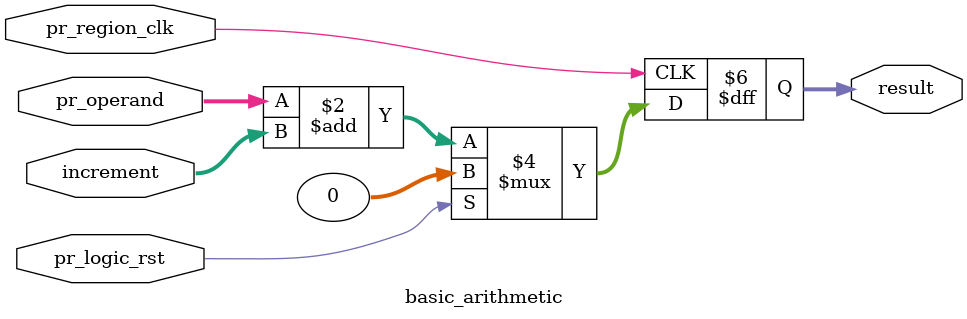
<source format=sv>

`timescale 1 ps / 1 ps
`default_nettype none

module basic_arithmetic 
   (
      input wire        pr_region_clk, 
      output reg [31:0] result,
      input wire [31:0] pr_operand,
      input wire [31:0] increment,
      input wire        pr_logic_rst   
   );
    always_ff @(posedge pr_region_clk) begin
        if ( pr_logic_rst ) begin
            result <= 'b0;
        end
        else begin
            result <= pr_operand + increment;
        end
    end
endmodule

</source>
